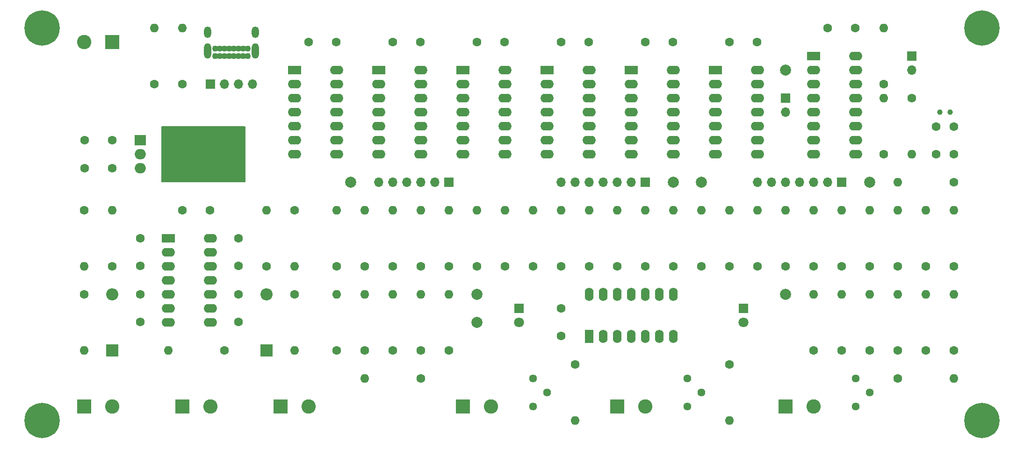
<source format=gbr>
%TF.GenerationSoftware,KiCad,Pcbnew,(6.0.2)*%
%TF.CreationDate,2022-03-13T11:15:41+01:00*%
%TF.ProjectId,TheDAC_v1,54686544-4143-45f7-9631-2e6b69636164,0*%
%TF.SameCoordinates,PX1e47770PY231fb30*%
%TF.FileFunction,Soldermask,Top*%
%TF.FilePolarity,Negative*%
%FSLAX46Y46*%
G04 Gerber Fmt 4.6, Leading zero omitted, Abs format (unit mm)*
G04 Created by KiCad (PCBNEW (6.0.2)) date 2022-03-13 11:15:41*
%MOMM*%
%LPD*%
G01*
G04 APERTURE LIST*
%ADD10R,1.800000X1.800000*%
%ADD11C,1.800000*%
%ADD12C,1.600000*%
%ADD13O,1.600000X1.600000*%
%ADD14C,2.000000*%
%ADD15R,2.400000X1.600000*%
%ADD16O,2.400000X1.600000*%
%ADD17R,2.600000X2.600000*%
%ADD18C,2.600000*%
%ADD19R,2.200000X2.200000*%
%ADD20O,2.200000X2.200000*%
%ADD21C,1.440000*%
%ADD22C,1.000000*%
%ADD23R,1.700000X1.700000*%
%ADD24O,1.700000X1.700000*%
%ADD25R,1.600000X2.400000*%
%ADD26O,1.600000X2.400000*%
%ADD27C,1.100000*%
%ADD28O,1.300000X2.800000*%
%ADD29O,1.300000X2.100000*%
%ADD30O,3.500000X3.500000*%
%ADD31R,2.000000X1.905000*%
%ADD32O,2.000000X1.905000*%
%ADD33C,0.800000*%
%ADD34C,6.400000*%
G04 APERTURE END LIST*
D10*
%TO.C,D4*%
X130810000Y-54610000D03*
D11*
X130810000Y-57150000D03*
%TD*%
D12*
%TO.C,R1*%
X72390000Y-67310000D03*
D13*
X62230000Y-67310000D03*
%TD*%
D12*
%TO.C,R2*%
X36830000Y-62230000D03*
D13*
X26670000Y-62230000D03*
%TD*%
D12*
%TO.C,R25*%
X77470000Y-46990000D03*
D13*
X77470000Y-36830000D03*
%TD*%
D12*
%TO.C,R26*%
X72390000Y-46990000D03*
D13*
X72390000Y-36830000D03*
%TD*%
D12*
%TO.C,R27*%
X67310000Y-46990000D03*
D13*
X67310000Y-36830000D03*
%TD*%
D12*
%TO.C,R28*%
X62230000Y-46990000D03*
D13*
X62230000Y-36830000D03*
%TD*%
D12*
%TO.C,R29*%
X57150000Y-46990000D03*
D13*
X57150000Y-36830000D03*
%TD*%
D12*
%TO.C,R40*%
X72390000Y-62230000D03*
D13*
X72390000Y-52070000D03*
%TD*%
D12*
%TO.C,R41*%
X67310000Y-62230000D03*
D13*
X67310000Y-52070000D03*
%TD*%
D12*
%TO.C,R42*%
X62230000Y-62230000D03*
D13*
X62230000Y-52070000D03*
%TD*%
D12*
%TO.C,R43*%
X57150000Y-62230000D03*
D13*
X57150000Y-52070000D03*
%TD*%
D12*
%TO.C,R46*%
X77470000Y-62230000D03*
D13*
X77470000Y-52070000D03*
%TD*%
D14*
%TO.C,TP7*%
X82550000Y-52070000D03*
%TD*%
%TO.C,TP8*%
X82550000Y-57150000D03*
%TD*%
D12*
%TO.C,R45*%
X138430000Y-46990000D03*
D13*
X138430000Y-36830000D03*
%TD*%
D12*
%TO.C,R39*%
X87630000Y-46990000D03*
D13*
X87630000Y-36830000D03*
%TD*%
D12*
%TO.C,R38*%
X97790000Y-46990000D03*
D13*
X97790000Y-36830000D03*
%TD*%
D12*
%TO.C,R37*%
X107950000Y-46990000D03*
D13*
X107950000Y-36830000D03*
%TD*%
D12*
%TO.C,R36*%
X118110000Y-46990000D03*
D13*
X118110000Y-36830000D03*
%TD*%
D12*
%TO.C,R35*%
X128270000Y-46990000D03*
D13*
X128270000Y-36830000D03*
%TD*%
D12*
%TO.C,R23*%
X92710000Y-46990000D03*
D13*
X92710000Y-36830000D03*
%TD*%
D12*
%TO.C,R22*%
X102870000Y-46990000D03*
D13*
X102870000Y-36830000D03*
%TD*%
D12*
%TO.C,R21*%
X113030000Y-46990000D03*
D13*
X113030000Y-36830000D03*
%TD*%
D12*
%TO.C,R20*%
X123190000Y-46990000D03*
D13*
X123190000Y-36830000D03*
%TD*%
D12*
%TO.C,R19*%
X133350000Y-46990000D03*
D13*
X133350000Y-36830000D03*
%TD*%
D12*
%TO.C,R24*%
X82550000Y-46990000D03*
D13*
X82550000Y-36830000D03*
%TD*%
D15*
%TO.C,U2*%
X26670000Y-41910000D03*
D16*
X26670000Y-44450000D03*
X26670000Y-46990000D03*
X26670000Y-49530000D03*
X26670000Y-52070000D03*
X26670000Y-54610000D03*
X26670000Y-57150000D03*
X34290000Y-57150000D03*
X34290000Y-54610000D03*
X34290000Y-52070000D03*
X34290000Y-49530000D03*
X34290000Y-46990000D03*
X34290000Y-44450000D03*
X34290000Y-41910000D03*
%TD*%
D17*
%TO.C,SW3*%
X11430000Y-72390000D03*
D18*
X16510000Y-72390000D03*
%TD*%
D17*
%TO.C,SW2*%
X29210000Y-72390000D03*
D18*
X34290000Y-72390000D03*
%TD*%
D12*
%TO.C,R8*%
X16510000Y-46990000D03*
D13*
X16510000Y-36830000D03*
%TD*%
D12*
%TO.C,R7*%
X11430000Y-36830000D03*
D13*
X11430000Y-46990000D03*
%TD*%
D12*
%TO.C,R6*%
X44450000Y-46990000D03*
D13*
X44450000Y-36830000D03*
%TD*%
D12*
%TO.C,R5*%
X49530000Y-36830000D03*
D13*
X49530000Y-46990000D03*
%TD*%
D12*
%TO.C,R4*%
X11430000Y-52070000D03*
D13*
X11430000Y-62230000D03*
%TD*%
D12*
%TO.C,R3*%
X49530000Y-52070000D03*
D13*
X49530000Y-62230000D03*
%TD*%
D19*
%TO.C,D3*%
X16510000Y-62230000D03*
D20*
X16510000Y-52070000D03*
%TD*%
D12*
%TO.C,C8*%
X21590000Y-41910000D03*
X21590000Y-46910000D03*
%TD*%
%TO.C,C6*%
X21590000Y-52070000D03*
X21590000Y-57070000D03*
%TD*%
%TO.C,C5*%
X39370000Y-52070000D03*
X39370000Y-57070000D03*
%TD*%
%TO.C,C7*%
X39370000Y-41910000D03*
X39370000Y-46910000D03*
%TD*%
%TO.C,R50*%
X29210000Y-13970000D03*
D13*
X29210000Y-3810000D03*
%TD*%
D21*
%TO.C,RV3*%
X92710000Y-67310000D03*
X95250000Y-69850000D03*
X92710000Y-72390000D03*
%TD*%
D12*
%TO.C,R49*%
X100330000Y-64770000D03*
D13*
X100330000Y-74930000D03*
%TD*%
D12*
%TO.C,R48*%
X128270000Y-64770000D03*
D13*
X128270000Y-74930000D03*
%TD*%
D17*
%TO.C,MES3*%
X80010000Y-72390000D03*
D18*
X85090000Y-72390000D03*
%TD*%
D17*
%TO.C,MES2*%
X107950000Y-72390000D03*
D18*
X113030000Y-72390000D03*
%TD*%
D14*
%TO.C,TP1*%
X153670000Y-31750000D03*
%TD*%
D22*
%TO.C,Y1*%
X168270000Y-19050000D03*
X166370000Y-19050000D03*
%TD*%
D14*
%TO.C,TP6*%
X138430000Y-52070000D03*
%TD*%
D12*
%TO.C,R11*%
X156210000Y-26670000D03*
D13*
X156210000Y-16510000D03*
%TD*%
D12*
%TO.C,R10*%
X156210000Y-13970000D03*
D13*
X156210000Y-3810000D03*
%TD*%
D12*
%TO.C,R9*%
X161290000Y-16510000D03*
D13*
X161290000Y-26670000D03*
%TD*%
D23*
%TO.C,JP1*%
X161290000Y-8890000D03*
D24*
X161290000Y-11430000D03*
%TD*%
D12*
%TO.C,C9*%
X146050000Y-3810000D03*
X151050000Y-3810000D03*
%TD*%
%TO.C,C4*%
X168910000Y-21670000D03*
X168910000Y-26670000D03*
%TD*%
D25*
%TO.C,U10*%
X102870000Y-59690000D03*
D26*
X105410000Y-59690000D03*
X107950000Y-59690000D03*
X110490000Y-59690000D03*
X113030000Y-59690000D03*
X115570000Y-59690000D03*
X118110000Y-59690000D03*
X118110000Y-52070000D03*
X115570000Y-52070000D03*
X113030000Y-52070000D03*
X110490000Y-52070000D03*
X107950000Y-52070000D03*
X105410000Y-52070000D03*
X102870000Y-52070000D03*
%TD*%
D21*
%TO.C,RV1*%
X151130000Y-67310000D03*
X153670000Y-69850000D03*
X151130000Y-72390000D03*
%TD*%
D12*
%TO.C,R47*%
X158750000Y-67310000D03*
D13*
X168910000Y-67310000D03*
%TD*%
D17*
%TO.C,MES1*%
X138430000Y-72390000D03*
D18*
X143510000Y-72390000D03*
%TD*%
D12*
%TO.C,R44*%
X168910000Y-62230000D03*
D13*
X168910000Y-52070000D03*
%TD*%
D12*
%TO.C,R34*%
X143510000Y-62230000D03*
D13*
X143510000Y-52070000D03*
%TD*%
D12*
%TO.C,R33*%
X148590000Y-62230000D03*
D13*
X148590000Y-52070000D03*
%TD*%
D12*
%TO.C,R32*%
X153670000Y-62230000D03*
D13*
X153670000Y-52070000D03*
%TD*%
D12*
%TO.C,R31*%
X158750000Y-62230000D03*
D13*
X158750000Y-52070000D03*
%TD*%
D12*
%TO.C,R30*%
X163830000Y-62230000D03*
D13*
X163830000Y-52070000D03*
%TD*%
D12*
%TO.C,R18*%
X143510000Y-46990000D03*
D13*
X143510000Y-36830000D03*
%TD*%
D12*
%TO.C,R17*%
X148590000Y-46990000D03*
D13*
X148590000Y-36830000D03*
%TD*%
D12*
%TO.C,R15*%
X158750000Y-46990000D03*
D13*
X158750000Y-36830000D03*
%TD*%
D12*
%TO.C,R14*%
X163830000Y-46990000D03*
D13*
X163830000Y-36830000D03*
%TD*%
D12*
%TO.C,R13*%
X168910000Y-46990000D03*
D13*
X168910000Y-36830000D03*
%TD*%
D12*
%TO.C,R16*%
X153670000Y-46990000D03*
D13*
X153670000Y-36830000D03*
%TD*%
D15*
%TO.C,U3*%
X143510000Y-8890000D03*
D16*
X143510000Y-11430000D03*
X143510000Y-13970000D03*
X143510000Y-16510000D03*
X143510000Y-19050000D03*
X143510000Y-21590000D03*
X143510000Y-24130000D03*
X143510000Y-26670000D03*
X151130000Y-26670000D03*
X151130000Y-24130000D03*
X151130000Y-21590000D03*
X151130000Y-19050000D03*
X151130000Y-16510000D03*
X151130000Y-13970000D03*
X151130000Y-11430000D03*
X151130000Y-8890000D03*
%TD*%
D23*
%TO.C,J5*%
X113030000Y-31750000D03*
D24*
X110490000Y-31750000D03*
X107950000Y-31750000D03*
X105410000Y-31750000D03*
X102870000Y-31750000D03*
X100330000Y-31750000D03*
X97790000Y-31750000D03*
%TD*%
D23*
%TO.C,J3*%
X77470000Y-31750000D03*
D24*
X74930000Y-31750000D03*
X72390000Y-31750000D03*
X69850000Y-31750000D03*
X67310000Y-31750000D03*
X64770000Y-31750000D03*
%TD*%
D12*
%TO.C,C3*%
X165735000Y-21670000D03*
X165735000Y-26670000D03*
%TD*%
D15*
%TO.C,U6*%
X125730000Y-11430000D03*
D16*
X125730000Y-13970000D03*
X125730000Y-16510000D03*
X125730000Y-19050000D03*
X125730000Y-21590000D03*
X125730000Y-24130000D03*
X125730000Y-26670000D03*
X133350000Y-26670000D03*
X133350000Y-24130000D03*
X133350000Y-21590000D03*
X133350000Y-19050000D03*
X133350000Y-16510000D03*
X133350000Y-13970000D03*
X133350000Y-11430000D03*
%TD*%
D14*
%TO.C,TP5*%
X59690000Y-31750000D03*
%TD*%
%TO.C,TP4*%
X118110000Y-31750000D03*
%TD*%
%TO.C,TP2*%
X138430000Y-11430000D03*
%TD*%
D15*
%TO.C,U4*%
X49530000Y-11430000D03*
D16*
X49530000Y-13970000D03*
X49530000Y-16510000D03*
X49530000Y-19050000D03*
X49530000Y-21590000D03*
X49530000Y-24130000D03*
X49530000Y-26670000D03*
X57150000Y-26670000D03*
X57150000Y-24130000D03*
X57150000Y-21590000D03*
X57150000Y-19050000D03*
X57150000Y-16510000D03*
X57150000Y-13970000D03*
X57150000Y-11430000D03*
%TD*%
D15*
%TO.C,U5*%
X80010000Y-11430000D03*
D16*
X80010000Y-13970000D03*
X80010000Y-16510000D03*
X80010000Y-19050000D03*
X80010000Y-21590000D03*
X80010000Y-24130000D03*
X80010000Y-26670000D03*
X87630000Y-26670000D03*
X87630000Y-24130000D03*
X87630000Y-21590000D03*
X87630000Y-19050000D03*
X87630000Y-16510000D03*
X87630000Y-13970000D03*
X87630000Y-11430000D03*
%TD*%
D23*
%TO.C,J6*%
X138430000Y-16510000D03*
D24*
X138430000Y-19050000D03*
%TD*%
D12*
%TO.C,C17*%
X82550000Y-6350000D03*
X87550000Y-6350000D03*
%TD*%
%TO.C,C16*%
X113030000Y-6350000D03*
X118030000Y-6350000D03*
%TD*%
%TO.C,C14*%
X52070000Y-6350000D03*
X57070000Y-6350000D03*
%TD*%
%TO.C,C12*%
X67310000Y-6350000D03*
X72310000Y-6350000D03*
%TD*%
%TO.C,C11*%
X97790000Y-6350000D03*
X102790000Y-6350000D03*
%TD*%
%TO.C,C10*%
X128270000Y-6350000D03*
X133270000Y-6350000D03*
%TD*%
D15*
%TO.C,U8*%
X95250000Y-11430000D03*
D16*
X95250000Y-13970000D03*
X95250000Y-16510000D03*
X95250000Y-19050000D03*
X95250000Y-21590000D03*
X95250000Y-24130000D03*
X95250000Y-26670000D03*
X102870000Y-26670000D03*
X102870000Y-24130000D03*
X102870000Y-21590000D03*
X102870000Y-19050000D03*
X102870000Y-16510000D03*
X102870000Y-13970000D03*
X102870000Y-11430000D03*
%TD*%
D15*
%TO.C,U9*%
X64770000Y-11430000D03*
D16*
X64770000Y-13970000D03*
X64770000Y-16510000D03*
X64770000Y-19050000D03*
X64770000Y-21590000D03*
X64770000Y-24130000D03*
X64770000Y-26670000D03*
X72390000Y-26670000D03*
X72390000Y-24130000D03*
X72390000Y-21590000D03*
X72390000Y-19050000D03*
X72390000Y-16510000D03*
X72390000Y-13970000D03*
X72390000Y-11430000D03*
%TD*%
D21*
%TO.C,RV2*%
X120650000Y-67310000D03*
X123190000Y-69850000D03*
X120650000Y-72390000D03*
%TD*%
D12*
%TO.C,R12*%
X168910000Y-31750000D03*
D13*
X158750000Y-31750000D03*
%TD*%
D14*
%TO.C,TP3*%
X123190000Y-31750000D03*
%TD*%
D10*
%TO.C,D1*%
X90170000Y-54610000D03*
D11*
X90170000Y-57150000D03*
%TD*%
D17*
%TO.C,SW1*%
X46990000Y-72390000D03*
D18*
X52070000Y-72390000D03*
%TD*%
D27*
%TO.C,J7*%
X41084500Y-8890000D03*
X40234500Y-8890000D03*
X39384500Y-8890000D03*
X38534500Y-8890000D03*
X37684500Y-8890000D03*
X36834500Y-8890000D03*
X35984500Y-8890000D03*
X35134500Y-8890000D03*
X35134500Y-7540000D03*
X35984500Y-7540000D03*
X36834500Y-7540000D03*
X37684500Y-7540000D03*
X38534500Y-7540000D03*
X39384500Y-7540000D03*
X40234500Y-7540000D03*
X41084500Y-7540000D03*
D28*
X33784500Y-7910000D03*
X42434500Y-7910000D03*
D29*
X42434500Y-4530000D03*
X33784500Y-4530000D03*
%TD*%
D12*
%TO.C,C2*%
X16510000Y-29210000D03*
X11510000Y-29210000D03*
%TD*%
%TO.C,C1*%
X16510000Y-24130000D03*
X11510000Y-24130000D03*
%TD*%
%TO.C,C15*%
X97790000Y-54610000D03*
X97790000Y-59610000D03*
%TD*%
D17*
%TO.C,J1*%
X16510000Y-6350000D03*
D18*
X11430000Y-6350000D03*
%TD*%
D23*
%TO.C,J2*%
X34290000Y-13970000D03*
D24*
X36830000Y-13970000D03*
X39370000Y-13970000D03*
X41910000Y-13970000D03*
%TD*%
D30*
%TO.C,U1*%
X37390000Y-26670000D03*
D31*
X21590000Y-24130000D03*
D32*
X21590000Y-26670000D03*
X21590000Y-29210000D03*
%TD*%
D12*
%TO.C,R51*%
X24130000Y-13970000D03*
D13*
X24130000Y-3810000D03*
%TD*%
D12*
%TO.C,C13*%
X29210000Y-36830000D03*
X34210000Y-36830000D03*
%TD*%
D33*
%TO.C,H1*%
X2112944Y-2112944D03*
X2112944Y-5507056D03*
X1410000Y-3810000D03*
X3810000Y-6210000D03*
X6210000Y-3810000D03*
X3810000Y-1410000D03*
X5507056Y-5507056D03*
D34*
X3810000Y-3810000D03*
D33*
X5507056Y-2112944D03*
%TD*%
%TO.C,H2*%
X6210000Y-74930000D03*
X2112944Y-73232944D03*
X5507056Y-76627056D03*
X1410000Y-74930000D03*
X5507056Y-73232944D03*
X3810000Y-72530000D03*
X2112944Y-76627056D03*
D34*
X3810000Y-74930000D03*
D33*
X3810000Y-77330000D03*
%TD*%
D34*
%TO.C,H3*%
X173990000Y-3810000D03*
D33*
X175687056Y-2112944D03*
X171590000Y-3810000D03*
X172292944Y-5507056D03*
X173990000Y-1410000D03*
X176390000Y-3810000D03*
X175687056Y-5507056D03*
X173990000Y-6210000D03*
X172292944Y-2112944D03*
%TD*%
%TO.C,H4*%
X173990000Y-77330000D03*
X172292944Y-73232944D03*
X175687056Y-73232944D03*
X176390000Y-74930000D03*
X171590000Y-74930000D03*
D34*
X173990000Y-74930000D03*
D33*
X175687056Y-76627056D03*
X172292944Y-76627056D03*
X173990000Y-72530000D03*
%TD*%
D15*
%TO.C,U7*%
X110490000Y-11430000D03*
D16*
X110490000Y-13970000D03*
X110490000Y-16510000D03*
X110490000Y-19050000D03*
X110490000Y-21590000D03*
X110490000Y-24130000D03*
X110490000Y-26670000D03*
X118110000Y-26670000D03*
X118110000Y-24130000D03*
X118110000Y-21590000D03*
X118110000Y-19050000D03*
X118110000Y-16510000D03*
X118110000Y-13970000D03*
X118110000Y-11430000D03*
%TD*%
D23*
%TO.C,J4*%
X148590000Y-31750000D03*
D24*
X146050000Y-31750000D03*
X143510000Y-31750000D03*
X140970000Y-31750000D03*
X138430000Y-31750000D03*
X135890000Y-31750000D03*
X133350000Y-31750000D03*
%TD*%
D19*
%TO.C,D2*%
X44450000Y-62230000D03*
D20*
X44450000Y-52070000D03*
%TD*%
G36*
X40582121Y-21610002D02*
G01*
X40628614Y-21663658D01*
X40640000Y-21716000D01*
X40640000Y-31624000D01*
X40619998Y-31692121D01*
X40566342Y-31738614D01*
X40514000Y-31750000D01*
X25526000Y-31750000D01*
X25457879Y-31729998D01*
X25411386Y-31676342D01*
X25400000Y-31624000D01*
X25400000Y-21716000D01*
X25420002Y-21647879D01*
X25473658Y-21601386D01*
X25526000Y-21590000D01*
X40514000Y-21590000D01*
X40582121Y-21610002D01*
G37*
M02*

</source>
